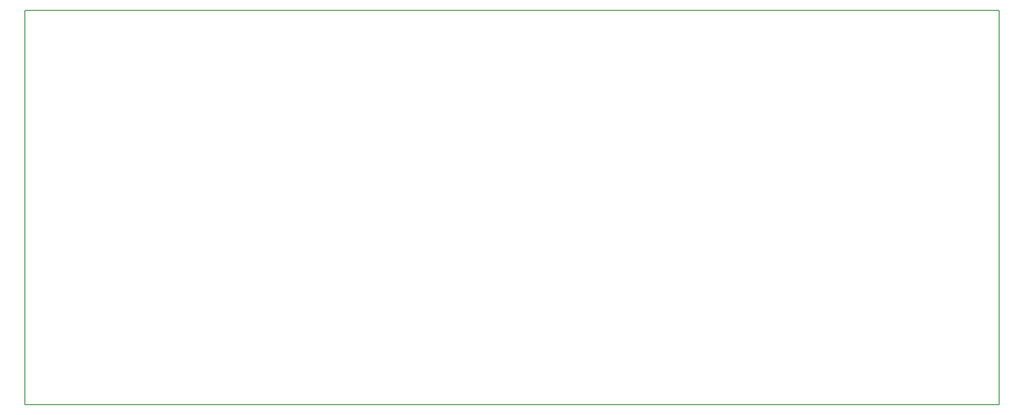
<source format=gko>
G04*
G04 #@! TF.GenerationSoftware,Altium Limited,Altium Designer,18.1.7 (191)*
G04*
G04 Layer_Color=16711935*
%FSLAX24Y24*%
%MOIN*%
G70*
G01*
G75*
%ADD14C,0.0079*%
D14*
X0Y0D02*
X71898D01*
X0D02*
Y29138D01*
X71898Y0D02*
Y29138D01*
X0D02*
X71898D01*
M02*

</source>
